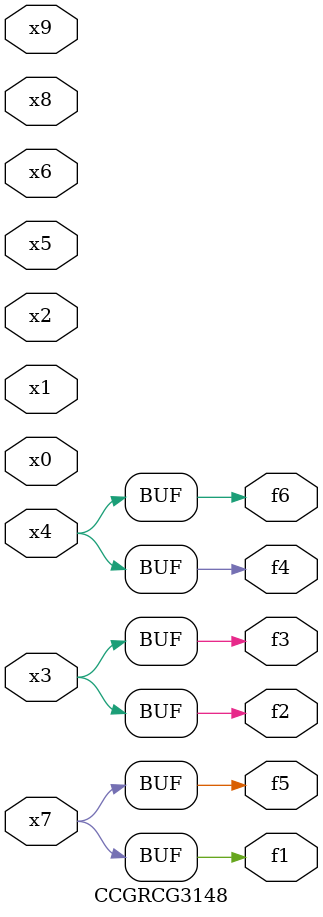
<source format=v>
module CCGRCG3148(
	input x0, x1, x2, x3, x4, x5, x6, x7, x8, x9,
	output f1, f2, f3, f4, f5, f6
);
	assign f1 = x7;
	assign f2 = x3;
	assign f3 = x3;
	assign f4 = x4;
	assign f5 = x7;
	assign f6 = x4;
endmodule

</source>
